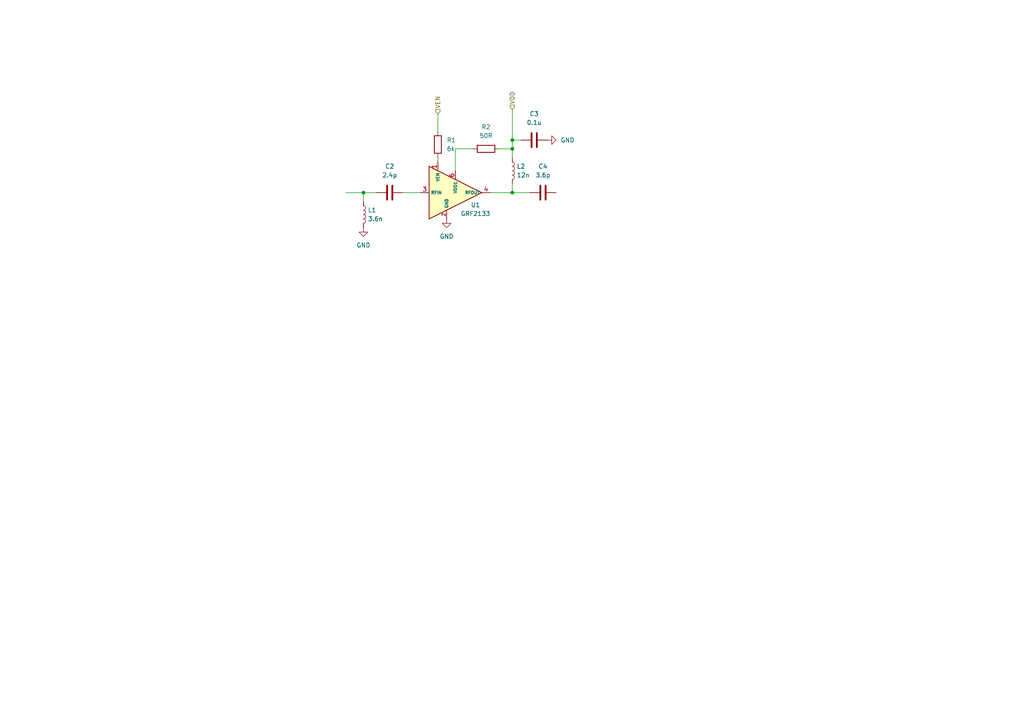
<source format=kicad_sch>
(kicad_sch (version 20250114) (generator "eeschema") (generator_version "9.0")
  (paper "A4")
  (lib_symbols
    (symbol "Device:C" (pin_numbers (hide yes)) (pin_names (offset 0.254))
      (property "Reference" "C" (at 0.635 2.54 0))
      (property "Value" "C" (at 0.635 -2.54 0))
      (symbol "C_0_1"
        (polyline (pts (xy -2.032 0.762) (xy 2.032 0.762)) (stroke (width 0.508)))
        (polyline (pts (xy -2.032 -0.762) (xy 2.032 -0.762)) (stroke (width 0.508)))
      )
      (symbol "C_1_1"
        (pin passive line (at 0 3.81 270) (length 2.794) (name "~") (number "1"))
        (pin passive line (at 0 -3.81 90) (length 2.794) (name "~") (number "2"))
      )
    )
    (symbol "Device:L" (pin_numbers (hide yes)) (pin_names (offset 1.016) (hide yes))
      (property "Reference" "L" (at -1.27 0 90))
      (property "Value" "L" (at 1.905 0 90))
      (symbol "L_0_1"
        (arc (start 0 2.54) (mid 0.6323 1.905) (end 0 1.27))
        (arc (start 0 1.27) (mid 0.6323 0.635) (end 0 0))
        (arc (start 0 0) (mid 0.6323 -0.635) (end 0 -1.27))
        (arc (start 0 -1.27) (mid 0.6323 -1.905) (end 0 -2.54))
      )
      (symbol "L_1_1"
        (pin passive line (at 0 3.81 270) (length 1.27) (name "1") (number "1"))
        (pin passive line (at 0 -3.81 90) (length 1.27) (name "2") (number "2"))
      )
    )
    (symbol "Device:R" (pin_numbers (hide yes)) (pin_names (offset 0))
      (property "Reference" "R" (at 2.032 0 90))
      (property "Value" "R" (at 0 0 90))
      (symbol "R_0_1"
        (rectangle (start -1.016 -2.54) (end 1.016 2.54) (stroke (width 0.254)))
      )
      (symbol "R_1_1"
        (pin passive line (at 0 3.81 270) (length 1.27) (name "~") (number "1"))
        (pin passive line (at 0 -3.81 90) (length 1.27) (name "~") (number "2"))
      )
    )
    (symbol "RF_Amplifiers:GRF2133"
      (property "Reference" "U" (at 0 0 0))
      (property "Value" "GRF2133" (at 0 0 0))
      (symbol "GRF2133_1_1"
        (polyline (pts (xy -5.08 7.62) (xy -5.08 -7.62) (xy 10.16 0) (xy -5.08 7.62)) (stroke (width 0.254)) (fill (type color) (color 255 255 194 1)))
        (pin input line (at -7.62 0 0) (length 2.54) (name "RFIN") (number "3"))
        (pin input line (at -2.54 8.89 270) (length 2.54) (name "VEN") (number "1"))
        (pin power_in line (at 0 -7.62 90) (length 2.54) (name "GND") (number "2"))
        (pin power_in line (at 0 -7.62 90) (length 2.54) (hide yes) (name "GND") (number "5"))
        (pin power_in line (at 0 -7.62 90) (length 2.54) (hide yes) (name "GND") (number "7"))
        (pin input line (at 2.54 6.35 270) (length 2.54) (name "VDD1") (number "6"))
        (pin input line (at 12.7 0 180) (length 2.54) (name "RFOUT") (number "4"))
      )
    )
    (symbol "power:GND" (power) (pin_numbers (hide yes)) (pin_names (offset 0) (hide yes))
      (property "Value" "GND" (at 0 -3.81 0))
      (symbol "GND_0_1"
        (polyline (pts (xy 0 0) (xy 0 -1.27) (xy 1.27 -1.27) (xy 0 -2.54) (xy -1.27 -1.27) (xy 0 -1.27)))
      )
      (symbol "GND_1_1"
        (pin power_in line (at 0 0 270) (length 0) (name "~") (number "1"))
      )
    )
  )
  (junction (at 148.59 40.64))
  (junction (at 148.59 55.88))
  (junction (at 105.41 55.88))
  (junction (at 148.59 43.18))
  (wire (pts (xy 148.59 43.18) (xy 148.59 45.72)))
  (wire (pts (xy 137.16 43.18) (xy 132.08 43.18)))
  (wire (pts (xy 127 33.02) (xy 127 38.1)))
  (wire (pts (xy 132.08 43.18) (xy 132.08 49.53)))
  (wire (pts (xy 105.41 55.88) (xy 105.41 58.42)))
  (wire (pts (xy 109.22 55.88) (xy 105.41 55.88)))
  (wire (pts (xy 144.78 43.18) (xy 148.59 43.18)))
  (wire (pts (xy 148.59 40.64) (xy 148.59 43.18)))
  (wire (pts (xy 100.33 55.88) (xy 105.41 55.88)))
  (wire (pts (xy 148.59 53.34) (xy 148.59 55.88)))
  (wire (pts (xy 148.59 31.75) (xy 148.59 40.64)))
  (wire (pts (xy 148.59 55.88) (xy 153.67 55.88)))
  (wire (pts (xy 142.24 55.88) (xy 148.59 55.88)))
  (wire (pts (xy 116.84 55.88) (xy 121.92 55.88)))
  (wire (pts (xy 151.13 40.64) (xy 148.59 40.64)))
  (wire (pts (xy 127 45.72) (xy 127 46.99)))
  (hierarchical_label "VDD" (shape input) (at 148.59 31.75 90))
  (hierarchical_label "VEN" (shape input) (at 127 33.02 90))
  (symbol (lib_id "power:GND") (at 158.75 40.64 90) (unit 1)
    (property "Reference" "#PWR04" (effects (hide yes)))
    (property "Value" "GND" (at 162.56 40.64 90) (effects (justify right)))
    (property "Description" "Power symbol creates a global label with name \"GND\" , ground" (effects (hide yes)))
  )
  (symbol (lib_id "Device:C") (at 113.03 55.88 90) (unit 1)
    (property "Reference" "C2" (at 113.03 48.26 90))
    (property "Value" "2.4p" (at 113.03 50.8 90))
    (property "Description" "Unpolarized capacitor" (effects (hide yes)))
  )
  (symbol (lib_id "power:GND") (at 105.41 66.04 0) (unit 1)
    (property "Reference" "#PWR02" (effects (hide yes)))
    (property "Value" "GND" (at 105.41 71.12 0))
    (property "Description" "Power symbol creates a global label with name \"GND\" , ground" (effects (hide yes)))
  )
  (symbol (lib_id "RF_Amplifiers:GRF2133") (at 129.54 55.88 0) (unit 1)
    (property "Reference" "U1" (at 137.922 59.436 0))
    (property "Value" "GRF2133" (at 137.922 61.976 0))
    (property "Footprint" "RF_Amplifiers:GRF_DFN-6_1EP_1.5x1.5mm" (effects (hide yes)))
    (property "Datasheet" "kicad-embed://GRF2133DS.pdf" (effects (hide yes)))
    (property "Description" "Ultra-High Gain LNA / 0.1-4.2GHz" (effects (hide yes)))
    (property "Manufacturer" "Guerrilla RF" (effects (hide yes)))
    (property "Manufacturer Part Number" "GRF2133" (effects (hide yes)))
  )
  (symbol (lib_id "Device:R") (at 140.97 43.18 90) (unit 1)
    (property "Reference" "R2" (at 140.97 36.83 90))
    (property "Value" "50R" (at 140.97 39.37 90))
    (property "Description" "Resistor" (effects (hide yes)))
  )
  (symbol (lib_id "Device:L") (at 105.41 62.23 0) (unit 1)
    (property "Reference" "L1" (at 106.68 60.96 0) (effects (justify left)))
    (property "Value" "3.6n" (at 106.68 63.5 0) (effects (justify left)))
    (property "Description" "Inductor" (effects (hide yes)))
  )
  (symbol (lib_id "Device:C") (at 157.48 55.88 90) (unit 1)
    (property "Reference" "C4" (at 157.48 48.26 90))
    (property "Value" "3.6p" (at 157.48 50.8 90))
    (property "Description" "Unpolarized capacitor" (effects (hide yes)))
  )
  (symbol (lib_id "Device:C") (at 154.94 40.64 90) (unit 1)
    (property "Reference" "C3" (at 154.94 33.02 90))
    (property "Value" "0.1u" (at 154.94 35.56 90))
    (property "Description" "Unpolarized capacitor" (effects (hide yes)))
  )
  (symbol (lib_id "Device:R") (at 127 41.91 0) (unit 1)
    (property "Reference" "R1" (at 129.54 40.64 0) (effects (justify left)))
    (property "Value" "6k" (at 129.54 43.18 0) (effects (justify left)))
    (property "Description" "Resistor" (effects (hide yes)))
  )
  (symbol (lib_id "Device:L") (at 148.59 49.53 0) (unit 1)
    (property "Reference" "L2" (at 149.86 48.26 0) (effects (justify left)))
    (property "Value" "12n" (at 149.86 50.8 0) (effects (justify left)))
    (property "Description" "Inductor" (effects (hide yes)))
  )
  (symbol (lib_id "power:GND") (at 129.54 63.5 0) (unit 1)
    (property "Reference" "#PWR03" (effects (hide yes)))
    (property "Value" "GND" (at 129.54 68.58 0))
    (property "Description" "Power symbol creates a global label with name \"GND\" , ground" (effects (hide yes)))
  )
)
</source>
